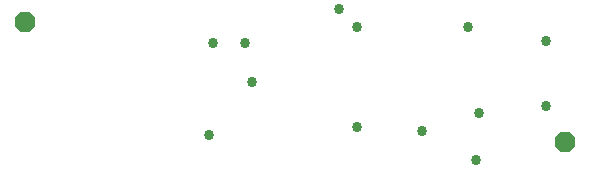
<source format=gbr>
G04 EAGLE Gerber RS-274X export*
G75*
%MOMM*%
%FSLAX34Y34*%
%LPD*%
%INSoldermask Bottom*%
%IPPOS*%
%AMOC8*
5,1,8,0,0,1.08239X$1,22.5*%
G01*
%ADD10P,1.869504X8X22.500000*%
%ADD11C,0.858000*%


D10*
X482600Y25400D03*
X25400Y127000D03*
D11*
X466344Y56388D03*
X409956Y50292D03*
X211836Y109728D03*
X291084Y138684D03*
X306324Y123444D03*
X400812Y123444D03*
X466344Y111252D03*
X181356Y32004D03*
X306324Y38100D03*
X361188Y35052D03*
X184404Y109728D03*
X217932Y76200D03*
X406908Y10668D03*
M02*

</source>
